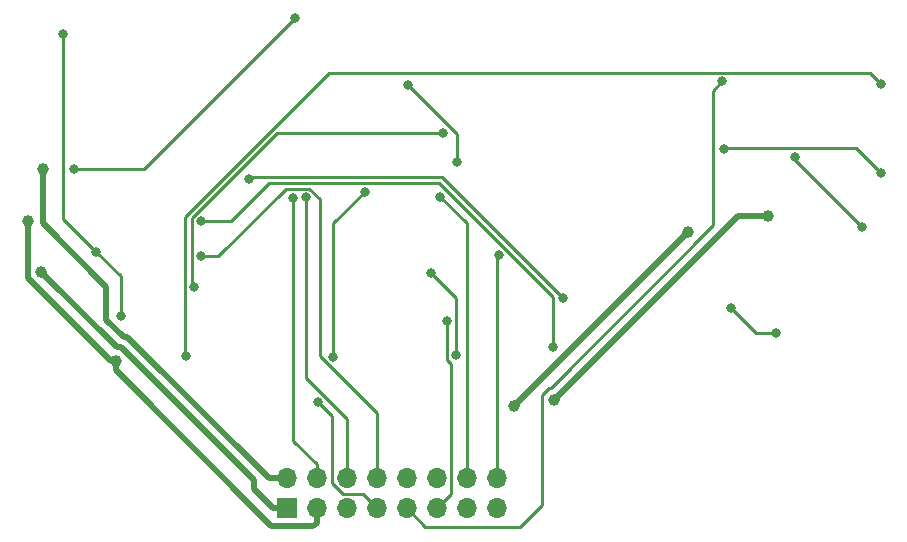
<source format=gbl>
G04 #@! TF.GenerationSoftware,KiCad,Pcbnew,7.0.1-0*
G04 #@! TF.CreationDate,2023-12-28T14:24:05+01:00*
G04 #@! TF.ProjectId,parallel_trail,70617261-6c6c-4656-9c5f-747261696c2e,rev?*
G04 #@! TF.SameCoordinates,Original*
G04 #@! TF.FileFunction,Copper,L2,Bot*
G04 #@! TF.FilePolarity,Positive*
%FSLAX46Y46*%
G04 Gerber Fmt 4.6, Leading zero omitted, Abs format (unit mm)*
G04 Created by KiCad (PCBNEW 7.0.1-0) date 2023-12-28 14:24:05*
%MOMM*%
%LPD*%
G01*
G04 APERTURE LIST*
G04 #@! TA.AperFunction,ComponentPad*
%ADD10R,1.700000X1.700000*%
G04 #@! TD*
G04 #@! TA.AperFunction,ComponentPad*
%ADD11O,1.700000X1.700000*%
G04 #@! TD*
G04 #@! TA.AperFunction,ViaPad*
%ADD12C,0.800000*%
G04 #@! TD*
G04 #@! TA.AperFunction,ViaPad*
%ADD13C,1.000000*%
G04 #@! TD*
G04 #@! TA.AperFunction,Conductor*
%ADD14C,0.500000*%
G04 #@! TD*
G04 #@! TA.AperFunction,Conductor*
%ADD15C,0.250000*%
G04 #@! TD*
G04 APERTURE END LIST*
D10*
X81280000Y-128778000D03*
D11*
X81280000Y-126238000D03*
X83820000Y-128778000D03*
X83820000Y-126238000D03*
X86360000Y-128778000D03*
X86360000Y-126238000D03*
X88900000Y-128778000D03*
X88900000Y-126238000D03*
X91440000Y-128778000D03*
X91440000Y-126238000D03*
X93980000Y-128778000D03*
X93980000Y-126238000D03*
X96520000Y-128778000D03*
X96520000Y-126238000D03*
X99060000Y-128778000D03*
X99060000Y-126238000D03*
D12*
X81837900Y-102511800D03*
X82907200Y-102426600D03*
D13*
X60632200Y-100030700D03*
X100558000Y-120148000D03*
X115297900Y-105408100D03*
D12*
X82021800Y-87223300D03*
X63323800Y-100053400D03*
X95608700Y-115761800D03*
X93504400Y-108842700D03*
X94881500Y-112941500D03*
X99257400Y-107345400D03*
X94299100Y-102371400D03*
X95681600Y-99443400D03*
X91530800Y-92918500D03*
X85209200Y-115926200D03*
X87886200Y-101975900D03*
D13*
X60515100Y-108770500D03*
X103928100Y-119584700D03*
X122071400Y-104004400D03*
D12*
X103838300Y-115119500D03*
X74062000Y-104411700D03*
X72792000Y-115879100D03*
X131600600Y-92827100D03*
X131591800Y-100379500D03*
X118345200Y-98337600D03*
X94496700Y-96977500D03*
X73404000Y-110009500D03*
X78073100Y-100849700D03*
X104671200Y-110963800D03*
X122680100Y-113955100D03*
X118881500Y-111811500D03*
X130032200Y-104970900D03*
X124324800Y-99008000D03*
D13*
X66810800Y-116306800D03*
X59349800Y-104449100D03*
D12*
X118176700Y-92632200D03*
X62385600Y-88646000D03*
X65169400Y-107044900D03*
X67249400Y-112491900D03*
X83910600Y-119776400D03*
X74000000Y-107442000D03*
D14*
X78500000Y-126369654D02*
X78500000Y-127120000D01*
X67274746Y-115144400D02*
X78500000Y-126369654D01*
X78500000Y-127120000D02*
X80158000Y-128778000D01*
X80158000Y-128778000D02*
X81280000Y-128778000D01*
X66889000Y-115144400D02*
X67274746Y-115144400D01*
X79991800Y-130279900D02*
X83520181Y-130279900D01*
X83820000Y-129980081D02*
X83820000Y-128778000D01*
X83520181Y-130279900D02*
X83820000Y-129980081D01*
D15*
X83910600Y-119776400D02*
X85090000Y-120955800D01*
X86022200Y-127601100D02*
X87723100Y-127601100D01*
X87723100Y-127601100D02*
X88900000Y-128778000D01*
X85090000Y-120955800D02*
X85090000Y-126668900D01*
X85090000Y-126668900D02*
X86022200Y-127601100D01*
X94881500Y-112941500D02*
X94881500Y-116213300D01*
X94881500Y-116213300D02*
X95193700Y-116525500D01*
X95193700Y-127564300D02*
X93980000Y-128778000D01*
X95193700Y-116525500D02*
X95193700Y-127564300D01*
X117392000Y-93416900D02*
X117392000Y-104796400D01*
X102901200Y-119159300D02*
X102901200Y-128528800D01*
X93022000Y-130360000D02*
X91440000Y-128778000D01*
X117392000Y-104796400D02*
X103630600Y-118557800D01*
X102901200Y-128528800D02*
X101070000Y-130360000D01*
X103630600Y-118557800D02*
X103502700Y-118557800D01*
X101070000Y-130360000D02*
X93022000Y-130360000D01*
X103502700Y-118557800D02*
X102901200Y-119159300D01*
X118176700Y-92632200D02*
X117392000Y-93416900D01*
X83820000Y-126238000D02*
X83820000Y-125061100D01*
X81837900Y-123079000D02*
X83820000Y-125061100D01*
X81837900Y-102511800D02*
X81837900Y-123079000D01*
X82907200Y-117744800D02*
X82907200Y-102426600D01*
X86360000Y-121197600D02*
X82907200Y-117744800D01*
X86360000Y-126238000D02*
X86360000Y-121197600D01*
D14*
X81280000Y-126238000D02*
X79778100Y-126238000D01*
X60632200Y-104625900D02*
X60632200Y-100030700D01*
X66035700Y-110029400D02*
X60632200Y-104625900D01*
X66035700Y-112795500D02*
X66035700Y-110029400D01*
X67482700Y-114242500D02*
X66035700Y-112795500D01*
X67782600Y-114242500D02*
X67482700Y-114242500D01*
X79778100Y-126238000D02*
X67782600Y-114242500D01*
X115297900Y-105408100D02*
X100558000Y-120148000D01*
D15*
X69191700Y-100053400D02*
X63323800Y-100053400D01*
X82021800Y-87223300D02*
X69191700Y-100053400D01*
X95608700Y-110947000D02*
X93504400Y-108842700D01*
X95608700Y-115761800D02*
X95608700Y-110947000D01*
X99060000Y-126238000D02*
X99060000Y-125061100D01*
X99060000Y-107542800D02*
X99257400Y-107345400D01*
X99060000Y-125061100D02*
X99060000Y-107542800D01*
X96520000Y-126238000D02*
X96520000Y-125061100D01*
X96520000Y-104592300D02*
X94299100Y-102371400D01*
X96520000Y-125061100D02*
X96520000Y-104592300D01*
X95681600Y-97069300D02*
X91530800Y-92918500D01*
X95681600Y-99443400D02*
X95681600Y-97069300D01*
X85209200Y-104652900D02*
X87886200Y-101975900D01*
X85209200Y-115926200D02*
X85209200Y-104652900D01*
D14*
X66889000Y-115144400D02*
X60515100Y-108770500D01*
X122071400Y-104004500D02*
X122071400Y-104004400D01*
X119508300Y-104004500D02*
X122071400Y-104004500D01*
X103928100Y-119584700D02*
X119508300Y-104004500D01*
D15*
X103838300Y-110877800D02*
X103838300Y-115119500D01*
X94170400Y-101209900D02*
X103838300Y-110877800D01*
X79806500Y-101209900D02*
X94170400Y-101209900D01*
X76604700Y-104411700D02*
X79806500Y-101209900D01*
X74062000Y-104411700D02*
X76604700Y-104411700D01*
X72677100Y-115764200D02*
X72792000Y-115879100D01*
X72677100Y-104113000D02*
X72677100Y-115764200D01*
X84896100Y-91894000D02*
X72677100Y-104113000D01*
X130667500Y-91894000D02*
X84896100Y-91894000D01*
X131600600Y-92827100D02*
X130667500Y-91894000D01*
X129464800Y-98252500D02*
X131591800Y-100379500D01*
X118430300Y-98252500D02*
X129464800Y-98252500D01*
X118345200Y-98337600D02*
X118430300Y-98252500D01*
X73266400Y-109871900D02*
X73404000Y-110009500D01*
X73266400Y-104171100D02*
X73266400Y-109871900D01*
X80460000Y-96977500D02*
X73266400Y-104171100D01*
X94496700Y-96977500D02*
X80460000Y-96977500D01*
X78188200Y-100734600D02*
X78073100Y-100849700D01*
X94442000Y-100734600D02*
X78188200Y-100734600D01*
X104671200Y-110963800D02*
X94442000Y-100734600D01*
X121025100Y-113955100D02*
X118881500Y-111811500D01*
X122680100Y-113955100D02*
X121025100Y-113955100D01*
X124324800Y-99263500D02*
X124324800Y-99008000D01*
X130032200Y-104970900D02*
X124324800Y-99263500D01*
D14*
X66810800Y-117098900D02*
X79991800Y-130279900D01*
X66810800Y-116306800D02*
X66810800Y-117098900D01*
X59349800Y-109241800D02*
X59349800Y-104449100D01*
X66414800Y-116306800D02*
X59349800Y-109241800D01*
X66810800Y-116306800D02*
X66414800Y-116306800D01*
D15*
X62385600Y-104261100D02*
X65169400Y-107044900D01*
X62385600Y-88646000D02*
X62385600Y-104261100D01*
X67249400Y-109124900D02*
X67249400Y-112491900D01*
X65169400Y-107044900D02*
X67249400Y-109124900D01*
X75470400Y-107442000D02*
X74000000Y-107442000D01*
X81212700Y-101699700D02*
X75470400Y-107442000D01*
X83217900Y-101699700D02*
X81212700Y-101699700D01*
X84080600Y-102562400D02*
X83217900Y-101699700D01*
X84080600Y-115898700D02*
X84080600Y-102562400D01*
X88900000Y-120718100D02*
X84080600Y-115898700D01*
X88900000Y-126238000D02*
X88900000Y-120718100D01*
M02*

</source>
